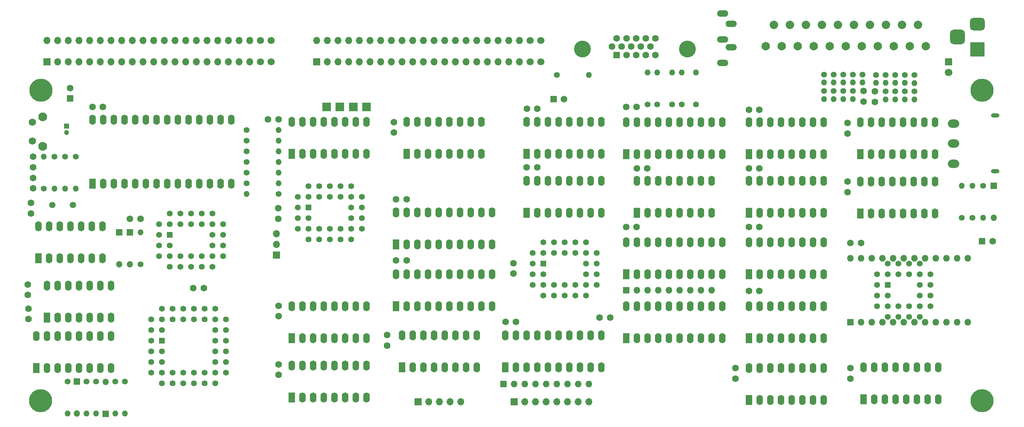
<source format=gbr>
%TF.GenerationSoftware,KiCad,Pcbnew,7.0.10*%
%TF.CreationDate,2024-05-18T10:40:10+01:00*%
%TF.ProjectId,v1c,7631632e-6b69-4636-9164-5f7063625858,rev?*%
%TF.SameCoordinates,Original*%
%TF.FileFunction,Soldermask,Top*%
%TF.FilePolarity,Negative*%
%FSLAX46Y46*%
G04 Gerber Fmt 4.6, Leading zero omitted, Abs format (unit mm)*
G04 Created by KiCad (PCBNEW 7.0.10) date 2024-05-18 10:40:10*
%MOMM*%
%LPD*%
G01*
G04 APERTURE LIST*
G04 Aperture macros list*
%AMRoundRect*
0 Rectangle with rounded corners*
0 $1 Rounding radius*
0 $2 $3 $4 $5 $6 $7 $8 $9 X,Y pos of 4 corners*
0 Add a 4 corners polygon primitive as box body*
4,1,4,$2,$3,$4,$5,$6,$7,$8,$9,$2,$3,0*
0 Add four circle primitives for the rounded corners*
1,1,$1+$1,$2,$3*
1,1,$1+$1,$4,$5*
1,1,$1+$1,$6,$7*
1,1,$1+$1,$8,$9*
0 Add four rect primitives between the rounded corners*
20,1,$1+$1,$2,$3,$4,$5,0*
20,1,$1+$1,$4,$5,$6,$7,0*
20,1,$1+$1,$6,$7,$8,$9,0*
20,1,$1+$1,$8,$9,$2,$3,0*%
G04 Aperture macros list end*
%ADD10C,1.600000*%
%ADD11R,1.600000X1.600000*%
%ADD12O,1.600000X1.600000*%
%ADD13R,1.422400X1.422400*%
%ADD14C,1.422400*%
%ADD15R,1.600000X2.400000*%
%ADD16O,1.600000X2.400000*%
%ADD17R,3.500000X3.500000*%
%ADD18RoundRect,0.750000X-1.000000X0.750000X-1.000000X-0.750000X1.000000X-0.750000X1.000000X0.750000X0*%
%ADD19RoundRect,0.875000X-0.875000X0.875000X-0.875000X-0.875000X0.875000X-0.875000X0.875000X0.875000X0*%
%ADD20C,4.000000*%
%ADD21C,1.400000*%
%ADD22O,1.400000X1.400000*%
%ADD23R,1.200000X1.200000*%
%ADD24C,1.200000*%
%ADD25R,1.500000X1.500000*%
%ADD26O,1.500000X1.500000*%
%ADD27C,5.500000*%
%ADD28C,2.100000*%
%ADD29C,1.750000*%
%ADD30R,1.700000X1.700000*%
%ADD31O,1.700000X1.700000*%
%ADD32O,2.000000X1.000000*%
%ADD33O,2.700000X2.000000*%
%ADD34R,2.000000X2.000000*%
%ADD35C,1.998980*%
%ADD36R,1.800000X1.800000*%
%ADD37C,1.800000*%
%ADD38C,1.700000*%
%ADD39O,2.700000X1.500000*%
%ADD40C,1.500000*%
G04 APERTURE END LIST*
D10*
%TO.C,Cd11*%
X101600000Y-126365000D03*
X101600000Y-128865000D03*
%TD*%
D11*
%TO.C,U20*%
X237633000Y-116325000D03*
D12*
X240173000Y-116325000D03*
X242713000Y-116325000D03*
X245253000Y-116325000D03*
X247793000Y-116325000D03*
X250333000Y-116325000D03*
X252873000Y-116325000D03*
X255413000Y-116325000D03*
X257953000Y-116325000D03*
X260493000Y-116325000D03*
X263033000Y-116325000D03*
X265573000Y-116325000D03*
X265573000Y-101085000D03*
X263033000Y-101085000D03*
X260493000Y-101085000D03*
X257953000Y-101085000D03*
X255413000Y-101085000D03*
X252873000Y-101085000D03*
X250333000Y-101085000D03*
X247793000Y-101085000D03*
X245253000Y-101085000D03*
X242713000Y-101085000D03*
X240173000Y-101085000D03*
X237633000Y-101085000D03*
%TD*%
D13*
%TO.C,U5*%
X108743000Y-89000000D03*
D14*
X106203000Y-91540000D03*
X108743000Y-91540000D03*
X106203000Y-94080000D03*
X108743000Y-96620000D03*
X108743000Y-94080000D03*
X111283000Y-96620000D03*
X111283000Y-94080000D03*
X113823000Y-96620000D03*
X113823000Y-94080000D03*
X116363000Y-96620000D03*
X116363000Y-94080000D03*
X118903000Y-96620000D03*
X121443000Y-94080000D03*
X118903000Y-94080000D03*
X121443000Y-91540000D03*
X118903000Y-91540000D03*
X121443000Y-89000000D03*
X118903000Y-89000000D03*
X121443000Y-86460000D03*
X118903000Y-83920000D03*
X118903000Y-86460000D03*
X116363000Y-83920000D03*
X116363000Y-86460000D03*
X113823000Y-83920000D03*
X113823000Y-86460000D03*
X111283000Y-83920000D03*
X111283000Y-86460000D03*
X108743000Y-83920000D03*
X106203000Y-86460000D03*
X108743000Y-86460000D03*
X106203000Y-89000000D03*
%TD*%
D10*
%TO.C,Cd4*%
X129540000Y-101600000D03*
X132040000Y-101600000D03*
%TD*%
%TO.C,C5*%
X243500000Y-63819000D03*
X243500000Y-61319000D03*
%TD*%
%TO.C,Cd28*%
X213528000Y-79612000D03*
X216028000Y-79612000D03*
%TD*%
D15*
%TO.C,U19*%
X240030000Y-76300000D03*
D16*
X242570000Y-76300000D03*
X245110000Y-76300000D03*
X247650000Y-76300000D03*
X250190000Y-76300000D03*
X252730000Y-76300000D03*
X255270000Y-76300000D03*
X257810000Y-76300000D03*
X257810000Y-68680000D03*
X255270000Y-68680000D03*
X252730000Y-68680000D03*
X250190000Y-68680000D03*
X247650000Y-68680000D03*
X245110000Y-68680000D03*
X242570000Y-68680000D03*
X240030000Y-68680000D03*
%TD*%
D17*
%TO.C,J3*%
X267857500Y-51300000D03*
D18*
X267857500Y-45300000D03*
D19*
X263157500Y-48300000D03*
%TD*%
D20*
%TO.C,J7*%
X198890000Y-51181000D03*
X173890000Y-51181000D03*
D11*
X182075000Y-52601000D03*
D10*
X184365000Y-52601000D03*
X186655000Y-52601000D03*
X188945000Y-52601000D03*
X191235000Y-52601000D03*
X180930000Y-50621000D03*
X183220000Y-50621000D03*
X185510000Y-50621000D03*
X187800000Y-50621000D03*
X190090000Y-50621000D03*
X182075000Y-48641000D03*
X184365000Y-48641000D03*
X186655000Y-48641000D03*
X188945000Y-48641000D03*
X191235000Y-48641000D03*
%TD*%
D21*
%TO.C,R25*%
X236007000Y-57270000D03*
D22*
X236007000Y-59170000D03*
%TD*%
D21*
%TO.C,R10*%
X93980000Y-78105000D03*
D22*
X101600000Y-78105000D03*
%TD*%
D15*
%TO.C,U18*%
X240030000Y-90407000D03*
D16*
X242570000Y-90407000D03*
X245110000Y-90407000D03*
X247650000Y-90407000D03*
X250190000Y-90407000D03*
X252730000Y-90407000D03*
X255270000Y-90407000D03*
X257810000Y-90407000D03*
X257810000Y-82787000D03*
X255270000Y-82787000D03*
X252730000Y-82787000D03*
X250190000Y-82787000D03*
X247650000Y-82787000D03*
X245110000Y-82787000D03*
X242570000Y-82787000D03*
X240030000Y-82787000D03*
%TD*%
D10*
%TO.C,Cd32*%
X210353000Y-127237000D03*
X210353000Y-129737000D03*
%TD*%
D21*
%TO.C,R7*%
X45720000Y-84455000D03*
D22*
X45720000Y-76835000D03*
%TD*%
D23*
%TO.C,C1*%
X51100000Y-69577400D03*
D24*
X51100000Y-71077400D03*
%TD*%
D21*
%TO.C,R11*%
X93980000Y-75565000D03*
D22*
X101600000Y-75565000D03*
%TD*%
D21*
%TO.C,R16*%
X195240000Y-64372000D03*
D22*
X195240000Y-56752000D03*
%TD*%
D21*
%TO.C,R24*%
X233721000Y-57270000D03*
D22*
X233721000Y-59170000D03*
%TD*%
D11*
%TO.C,RN2*%
X155098000Y-131047000D03*
D12*
X157638000Y-131047000D03*
X160178000Y-131047000D03*
X162718000Y-131047000D03*
X165258000Y-131047000D03*
X167798000Y-131047000D03*
X170338000Y-131047000D03*
X172878000Y-131047000D03*
X175418000Y-131047000D03*
%TD*%
D21*
%TO.C,R9*%
X93980000Y-80645000D03*
D22*
X101600000Y-80645000D03*
%TD*%
D25*
%TO.C,D4*%
X66208000Y-94852000D03*
D26*
X66208000Y-102472000D03*
%TD*%
D27*
%TO.C,H2*%
X45000000Y-135000000D03*
%TD*%
D15*
%TO.C,U3*%
X104775000Y-134222000D03*
D16*
X107315000Y-134222000D03*
X109855000Y-134222000D03*
X112395000Y-134222000D03*
X114935000Y-134222000D03*
X117475000Y-134222000D03*
X120015000Y-134222000D03*
X122555000Y-134222000D03*
X122555000Y-126602000D03*
X120015000Y-126602000D03*
X117475000Y-126602000D03*
X114935000Y-126602000D03*
X112395000Y-126602000D03*
X109855000Y-126602000D03*
X107315000Y-126602000D03*
X104775000Y-126602000D03*
%TD*%
D15*
%TO.C,U16*%
X213493000Y-134857000D03*
D16*
X216033000Y-134857000D03*
X218573000Y-134857000D03*
X221113000Y-134857000D03*
X223653000Y-134857000D03*
X226193000Y-134857000D03*
X228733000Y-134857000D03*
X231273000Y-134857000D03*
X231273000Y-127237000D03*
X228733000Y-127237000D03*
X226193000Y-127237000D03*
X223653000Y-127237000D03*
X221113000Y-127237000D03*
X218573000Y-127237000D03*
X216033000Y-127237000D03*
X213493000Y-127237000D03*
%TD*%
D21*
%TO.C,R39*%
X167808000Y-57387000D03*
D22*
X175428000Y-57387000D03*
%TD*%
D21*
%TO.C,R34*%
X248326000Y-57387000D03*
D22*
X248326000Y-59287000D03*
%TD*%
D10*
%TO.C,C3*%
X43180000Y-76855000D03*
X43180000Y-79355000D03*
%TD*%
D15*
%TO.C,U7*%
X160655000Y-76200000D03*
D16*
X163195000Y-76200000D03*
X165735000Y-76200000D03*
X168275000Y-76200000D03*
X170815000Y-76200000D03*
X173355000Y-76200000D03*
X175895000Y-76200000D03*
X178435000Y-76200000D03*
X178435000Y-68580000D03*
X175895000Y-68580000D03*
X173355000Y-68580000D03*
X170815000Y-68580000D03*
X168275000Y-68580000D03*
X165735000Y-68580000D03*
X163195000Y-68580000D03*
X160655000Y-68580000D03*
%TD*%
D21*
%TO.C,R2*%
X101600000Y-85725000D03*
D22*
X93980000Y-85725000D03*
%TD*%
D28*
%TO.C,SW1*%
X45466000Y-74422000D03*
X45466000Y-67412000D03*
D29*
X42976000Y-73172000D03*
X42976000Y-68672000D03*
%TD*%
D15*
%TO.C,U2*%
X44450000Y-101065000D03*
D16*
X46990000Y-101065000D03*
X49530000Y-101065000D03*
X52070000Y-101065000D03*
X54610000Y-101065000D03*
X57150000Y-101065000D03*
X59690000Y-101065000D03*
X59690000Y-93445000D03*
X57150000Y-93445000D03*
X54610000Y-93445000D03*
X52070000Y-93445000D03*
X49530000Y-93445000D03*
X46990000Y-93445000D03*
X44450000Y-93445000D03*
%TD*%
D21*
%TO.C,R22*%
X238293000Y-61202000D03*
D22*
X238293000Y-63102000D03*
%TD*%
D21*
%TO.C,R5*%
X50800000Y-76835000D03*
D22*
X50800000Y-84455000D03*
%TD*%
D30*
%TO.C,J2*%
X157638000Y-135255000D03*
D31*
X160178000Y-135255000D03*
X162718000Y-135255000D03*
X165258000Y-135255000D03*
X167798000Y-135255000D03*
X170338000Y-135255000D03*
X172878000Y-135255000D03*
X175418000Y-135255000D03*
%TD*%
D21*
%TO.C,R15*%
X191684000Y-64372000D03*
D22*
X191684000Y-56752000D03*
%TD*%
D21*
%TO.C,R6*%
X53340000Y-76835000D03*
D22*
X53340000Y-84455000D03*
%TD*%
D21*
%TO.C,R32*%
X252898000Y-57408000D03*
D22*
X252898000Y-59308000D03*
%TD*%
D32*
%TO.C,SW2*%
X272155000Y-80310000D03*
X272155000Y-67010000D03*
D33*
X262255000Y-78510000D03*
X262255000Y-73710000D03*
X262255000Y-69010000D03*
%TD*%
D21*
%TO.C,R38*%
X266700000Y-91440000D03*
D22*
X266700000Y-83820000D03*
%TD*%
D10*
%TO.C,Cd27*%
X42672000Y-90367000D03*
X42672000Y-87867000D03*
%TD*%
D21*
%TO.C,R21*%
X236007000Y-61202000D03*
D22*
X236007000Y-63102000D03*
%TD*%
D10*
%TO.C,Cd1*%
X180508000Y-115172000D03*
X178008000Y-115172000D03*
%TD*%
D21*
%TO.C,R3*%
X58166000Y-130412000D03*
D22*
X58166000Y-138032000D03*
%TD*%
D15*
%TO.C,U15*%
X184308000Y-76300000D03*
D16*
X186848000Y-76300000D03*
X189388000Y-76300000D03*
X191928000Y-76300000D03*
X194468000Y-76300000D03*
X197008000Y-76300000D03*
X199548000Y-76300000D03*
X202088000Y-76300000D03*
X204628000Y-76300000D03*
X207168000Y-76300000D03*
X207168000Y-68680000D03*
X204628000Y-68680000D03*
X202088000Y-68680000D03*
X199548000Y-68680000D03*
X197008000Y-68680000D03*
X194468000Y-68680000D03*
X191928000Y-68680000D03*
X189388000Y-68680000D03*
X186848000Y-68680000D03*
X184308000Y-68680000D03*
%TD*%
D10*
%TO.C,Cd15*%
X41910000Y-107315000D03*
X41910000Y-109815000D03*
%TD*%
%TO.C,Cd30*%
X213528000Y-65642000D03*
X216028000Y-65642000D03*
%TD*%
D15*
%TO.C,U17*%
X240813000Y-134710000D03*
D16*
X243353000Y-134710000D03*
X245893000Y-134710000D03*
X248433000Y-134710000D03*
X250973000Y-134710000D03*
X253513000Y-134710000D03*
X256053000Y-134710000D03*
X258593000Y-134710000D03*
X258593000Y-127090000D03*
X256053000Y-127090000D03*
X253513000Y-127090000D03*
X250973000Y-127090000D03*
X248433000Y-127090000D03*
X245893000Y-127090000D03*
X243353000Y-127090000D03*
X240813000Y-127090000D03*
%TD*%
D10*
%TO.C,C2*%
X43180000Y-84415000D03*
X43180000Y-81915000D03*
%TD*%
%TO.C,Cd9*%
X213528000Y-93582000D03*
X216028000Y-93582000D03*
%TD*%
%TO.C,Cd29*%
X160695000Y-65405000D03*
X163195000Y-65405000D03*
%TD*%
D21*
%TO.C,R1*%
X55880000Y-130412000D03*
D22*
X55880000Y-138032000D03*
%TD*%
D21*
%TO.C,R28*%
X252898000Y-61319000D03*
D22*
X252898000Y-63219000D03*
%TD*%
D10*
%TO.C,Cd19*%
X101600000Y-67945000D03*
X99100000Y-67945000D03*
%TD*%
D21*
%TO.C,R14*%
X189398000Y-64372000D03*
D22*
X189398000Y-56752000D03*
%TD*%
D10*
%TO.C,Cd2*%
X155595000Y-116205000D03*
X158095000Y-116205000D03*
%TD*%
D15*
%TO.C,U32*%
X129540000Y-112495000D03*
D16*
X132080000Y-112495000D03*
X134620000Y-112495000D03*
X137160000Y-112495000D03*
X139700000Y-112495000D03*
X142240000Y-112495000D03*
X144780000Y-112495000D03*
X147320000Y-112495000D03*
X149860000Y-112495000D03*
X152400000Y-112495000D03*
X152400000Y-104875000D03*
X149860000Y-104875000D03*
X147320000Y-104875000D03*
X144780000Y-104875000D03*
X142240000Y-104875000D03*
X139700000Y-104875000D03*
X137160000Y-104875000D03*
X134620000Y-104875000D03*
X132080000Y-104875000D03*
X129540000Y-104875000D03*
%TD*%
D11*
%TO.C,C7*%
X167045000Y-63102000D03*
D10*
X169545000Y-63102000D03*
%TD*%
%TO.C,Cd13*%
X42078000Y-115570000D03*
X42078000Y-113070000D03*
%TD*%
D21*
%TO.C,R4*%
X48260000Y-76835000D03*
D22*
X48260000Y-84455000D03*
%TD*%
D11*
%TO.C,C6*%
X269000000Y-97000000D03*
D10*
X271500000Y-97000000D03*
%TD*%
D25*
%TO.C,D1*%
X53594000Y-130412000D03*
D26*
X53594000Y-138032000D03*
%TD*%
D15*
%TO.C,U24*%
X213493000Y-90270000D03*
D16*
X216033000Y-90270000D03*
X218573000Y-90270000D03*
X221113000Y-90270000D03*
X223653000Y-90270000D03*
X226193000Y-90270000D03*
X228733000Y-90270000D03*
X231273000Y-90270000D03*
X231273000Y-82650000D03*
X228733000Y-82650000D03*
X226193000Y-82650000D03*
X223653000Y-82650000D03*
X221113000Y-82650000D03*
X218573000Y-82650000D03*
X216033000Y-82650000D03*
X213493000Y-82650000D03*
%TD*%
D15*
%TO.C,U14*%
X186838000Y-90260000D03*
D16*
X189378000Y-90260000D03*
X191918000Y-90260000D03*
X194458000Y-90260000D03*
X196998000Y-90260000D03*
X199538000Y-90260000D03*
X202078000Y-90260000D03*
X204618000Y-90260000D03*
X204618000Y-82640000D03*
X202078000Y-82640000D03*
X199538000Y-82640000D03*
X196998000Y-82640000D03*
X194458000Y-82640000D03*
X191918000Y-82640000D03*
X189378000Y-82640000D03*
X186838000Y-82640000D03*
%TD*%
D30*
%TO.C,J9*%
X101092000Y-100315000D03*
D31*
X101092000Y-97775000D03*
X101092000Y-95235000D03*
%TD*%
D34*
%TO.C,TP3*%
X116205000Y-65024000D03*
%TD*%
D21*
%TO.C,R36*%
X243754000Y-57387000D03*
D22*
X243754000Y-59287000D03*
%TD*%
D11*
%TO.C,RN1*%
X184288000Y-108685000D03*
D12*
X186828000Y-108685000D03*
X189368000Y-108685000D03*
X191908000Y-108685000D03*
X194448000Y-108685000D03*
X196988000Y-108685000D03*
X199528000Y-108685000D03*
X202068000Y-108685000D03*
X204608000Y-108685000D03*
%TD*%
D27*
%TO.C,H4*%
X269000000Y-135000000D03*
%TD*%
D21*
%TO.C,R29*%
X250612000Y-61319600D03*
D22*
X250612000Y-63219600D03*
%TD*%
D10*
%TO.C,Cd20*%
X237698000Y-97392000D03*
X240198000Y-97392000D03*
%TD*%
D21*
%TO.C,R44*%
X65000000Y-130429000D03*
D22*
X65000000Y-138049000D03*
%TD*%
D13*
%TO.C,U21*%
X246523000Y-107425000D03*
D14*
X243983000Y-109965000D03*
X246523000Y-109965000D03*
X243983000Y-112505000D03*
X246523000Y-115045000D03*
X246523000Y-112505000D03*
X249063000Y-115045000D03*
X249063000Y-112505000D03*
X251603000Y-115045000D03*
X251603000Y-112505000D03*
X254143000Y-115045000D03*
X256683000Y-112505000D03*
X254143000Y-112505000D03*
X256683000Y-109965000D03*
X254143000Y-109965000D03*
X256683000Y-107425000D03*
X254143000Y-107425000D03*
X256683000Y-104885000D03*
X254143000Y-102345000D03*
X254143000Y-104885000D03*
X251603000Y-102345000D03*
X251603000Y-104885000D03*
X249063000Y-102345000D03*
X249063000Y-104885000D03*
X246523000Y-102345000D03*
X243983000Y-104885000D03*
X246523000Y-104885000D03*
X243983000Y-107425000D03*
%TD*%
D27*
%TO.C,H3*%
X269030000Y-61000000D03*
%TD*%
D10*
%TO.C,C4*%
X240833000Y-63702000D03*
X240833000Y-61202000D03*
%TD*%
D21*
%TO.C,R37*%
X68748000Y-102472000D03*
D22*
X68748000Y-94852000D03*
%TD*%
D25*
%TO.C,D2*%
X271780000Y-83820000D03*
D26*
X271780000Y-91440000D03*
%TD*%
D15*
%TO.C,U23*%
X213493000Y-104875000D03*
D16*
X216033000Y-104875000D03*
X218573000Y-104875000D03*
X221113000Y-104875000D03*
X223653000Y-104875000D03*
X226193000Y-104875000D03*
X228733000Y-104875000D03*
X231273000Y-104875000D03*
X231273000Y-97255000D03*
X228733000Y-97255000D03*
X226193000Y-97255000D03*
X223653000Y-97255000D03*
X221113000Y-97255000D03*
X218573000Y-97255000D03*
X216033000Y-97255000D03*
X213493000Y-97255000D03*
%TD*%
D10*
%TO.C,Cd31*%
X101514000Y-89137000D03*
X101514000Y-91637000D03*
%TD*%
D21*
%TO.C,R41*%
X264160000Y-91440000D03*
D22*
X264160000Y-83820000D03*
%TD*%
D11*
%TO.C,C8*%
X52000000Y-63000000D03*
D10*
X52000000Y-60500000D03*
%TD*%
D15*
%TO.C,U28*%
X57293000Y-83290000D03*
D16*
X59833000Y-83290000D03*
X62373000Y-83290000D03*
X64913000Y-83290000D03*
X67453000Y-83290000D03*
X69993000Y-83290000D03*
X72533000Y-83290000D03*
X75073000Y-83290000D03*
X77613000Y-83290000D03*
X80153000Y-83290000D03*
X82693000Y-83290000D03*
X85233000Y-83290000D03*
X87773000Y-83290000D03*
X90313000Y-83290000D03*
X90313000Y-68050000D03*
X87773000Y-68050000D03*
X85233000Y-68050000D03*
X82693000Y-68050000D03*
X80153000Y-68050000D03*
X77613000Y-68050000D03*
X75073000Y-68050000D03*
X72533000Y-68050000D03*
X69993000Y-68050000D03*
X67453000Y-68050000D03*
X64913000Y-68050000D03*
X62373000Y-68050000D03*
X59833000Y-68050000D03*
X57293000Y-68050000D03*
%TD*%
D15*
%TO.C,U10*%
X104775000Y-76200000D03*
D16*
X107315000Y-76200000D03*
X109855000Y-76200000D03*
X112395000Y-76200000D03*
X114935000Y-76200000D03*
X117475000Y-76200000D03*
X120015000Y-76200000D03*
X122555000Y-76200000D03*
X122555000Y-68580000D03*
X120015000Y-68580000D03*
X117475000Y-68580000D03*
X114935000Y-68580000D03*
X112395000Y-68580000D03*
X109855000Y-68580000D03*
X107315000Y-68580000D03*
X104775000Y-68580000D03*
%TD*%
D10*
%TO.C,Cd25*%
X127422000Y-119383000D03*
X127422000Y-121883000D03*
%TD*%
D21*
%TO.C,R43*%
X62738000Y-130450000D03*
D22*
X62738000Y-138070000D03*
%TD*%
D35*
%TO.C,J4*%
X217513000Y-50559640D03*
X219418000Y-45479640D03*
X221323000Y-50559640D03*
X223228000Y-45479640D03*
X225133000Y-50559640D03*
X227038000Y-45479640D03*
X228943000Y-50559640D03*
X230848000Y-45479640D03*
X232753000Y-50559640D03*
X234658000Y-45479640D03*
X236563000Y-50559640D03*
X238468000Y-45479640D03*
X240373000Y-50559640D03*
X242278000Y-45479640D03*
X244183000Y-50559640D03*
X246088000Y-45479640D03*
X247993000Y-50559640D03*
X249898000Y-45479640D03*
X251803000Y-50559640D03*
X253708000Y-45479640D03*
X255613000Y-50559640D03*
%TD*%
D13*
%TO.C,U8*%
X164623000Y-102335000D03*
D14*
X162083000Y-104875000D03*
X164623000Y-104875000D03*
X162083000Y-107415000D03*
X164623000Y-109955000D03*
X164623000Y-107415000D03*
X167163000Y-109955000D03*
X167163000Y-107415000D03*
X169703000Y-109955000D03*
X169703000Y-107415000D03*
X172243000Y-109955000D03*
X172243000Y-107415000D03*
X174783000Y-109955000D03*
X177323000Y-107415000D03*
X174783000Y-107415000D03*
X177323000Y-104875000D03*
X174783000Y-104875000D03*
X177323000Y-102335000D03*
X174783000Y-102335000D03*
X177323000Y-99795000D03*
X174783000Y-97255000D03*
X174783000Y-99795000D03*
X172243000Y-97255000D03*
X172243000Y-99795000D03*
X169703000Y-97255000D03*
X169703000Y-99795000D03*
X167163000Y-97255000D03*
X167163000Y-99795000D03*
X164623000Y-97255000D03*
X162083000Y-99795000D03*
X164623000Y-99795000D03*
X162083000Y-102335000D03*
%TD*%
D15*
%TO.C,U22*%
X213518000Y-120125000D03*
D16*
X216058000Y-120125000D03*
X218598000Y-120125000D03*
X221138000Y-120125000D03*
X223678000Y-120125000D03*
X226218000Y-120125000D03*
X228758000Y-120125000D03*
X231298000Y-120125000D03*
X231298000Y-112505000D03*
X228758000Y-112505000D03*
X226218000Y-112505000D03*
X223678000Y-112505000D03*
X221138000Y-112505000D03*
X218598000Y-112505000D03*
X216058000Y-112505000D03*
X213518000Y-112505000D03*
%TD*%
D15*
%TO.C,U26*%
X46523000Y-115172000D03*
D16*
X49063000Y-115172000D03*
X51603000Y-115172000D03*
X54143000Y-115172000D03*
X56683000Y-115172000D03*
X59223000Y-115172000D03*
X61763000Y-115172000D03*
X61763000Y-107552000D03*
X59223000Y-107552000D03*
X56683000Y-107552000D03*
X54143000Y-107552000D03*
X51603000Y-107552000D03*
X49063000Y-107552000D03*
X46523000Y-107552000D03*
%TD*%
D13*
%TO.C,U1*%
X73818000Y-120750000D03*
D14*
X71278000Y-123290000D03*
X73818000Y-123290000D03*
X71278000Y-125830000D03*
X73818000Y-125830000D03*
X71278000Y-128370000D03*
X73818000Y-130910000D03*
X73818000Y-128370000D03*
X76358000Y-130910000D03*
X76358000Y-128370000D03*
X78898000Y-130910000D03*
X78898000Y-128370000D03*
X81438000Y-130910000D03*
X81438000Y-128370000D03*
X83978000Y-130910000D03*
X83978000Y-128370000D03*
X86518000Y-130910000D03*
X89058000Y-128370000D03*
X86518000Y-128370000D03*
X89058000Y-125830000D03*
X86518000Y-125830000D03*
X89058000Y-123290000D03*
X86518000Y-123290000D03*
X89058000Y-120750000D03*
X86518000Y-120750000D03*
X89058000Y-118210000D03*
X86518000Y-118210000D03*
X89058000Y-115670000D03*
X86518000Y-113130000D03*
X86518000Y-115670000D03*
X83978000Y-113130000D03*
X83978000Y-115670000D03*
X81438000Y-113130000D03*
X81438000Y-115670000D03*
X78898000Y-113130000D03*
X78898000Y-115670000D03*
X76358000Y-113130000D03*
X76358000Y-115670000D03*
X73818000Y-113130000D03*
X71278000Y-115670000D03*
X73818000Y-115670000D03*
X71278000Y-118210000D03*
X73818000Y-118210000D03*
X71278000Y-120750000D03*
%TD*%
D30*
%TO.C,J1*%
X134788000Y-135255000D03*
D31*
X137328000Y-135255000D03*
X139868000Y-135255000D03*
X142408000Y-135255000D03*
X144948000Y-135255000D03*
%TD*%
D36*
%TO.C,D3*%
X261030000Y-54225000D03*
D37*
X261030000Y-56765000D03*
%TD*%
D15*
%TO.C,U31*%
X155575000Y-127090000D03*
D16*
X158115000Y-127090000D03*
X160655000Y-127090000D03*
X163195000Y-127090000D03*
X165735000Y-127090000D03*
X168275000Y-127090000D03*
X170815000Y-127090000D03*
X173355000Y-127090000D03*
X175895000Y-127090000D03*
X178435000Y-127090000D03*
X178435000Y-119470000D03*
X175895000Y-119470000D03*
X173355000Y-119470000D03*
X170815000Y-119470000D03*
X168275000Y-119470000D03*
X165735000Y-119470000D03*
X163195000Y-119470000D03*
X160655000Y-119470000D03*
X158115000Y-119470000D03*
X155575000Y-119470000D03*
%TD*%
D21*
%TO.C,R35*%
X246040000Y-57387000D03*
D22*
X246040000Y-59287000D03*
%TD*%
D21*
%TO.C,R12*%
X93980000Y-73025000D03*
D22*
X101600000Y-73025000D03*
%TD*%
D21*
%TO.C,R17*%
X197526000Y-64372000D03*
D22*
X197526000Y-56752000D03*
%TD*%
D21*
%TO.C,R20*%
X233721000Y-61202000D03*
D22*
X233721000Y-63102000D03*
%TD*%
D13*
%TO.C,U29*%
X75723000Y-95487000D03*
D14*
X73183000Y-98027000D03*
X75723000Y-98027000D03*
X73183000Y-100567000D03*
X75723000Y-103107000D03*
X75723000Y-100567000D03*
X78263000Y-103107000D03*
X78263000Y-100567000D03*
X80803000Y-103107000D03*
X80803000Y-100567000D03*
X83343000Y-103107000D03*
X83343000Y-100567000D03*
X85883000Y-103107000D03*
X88423000Y-100567000D03*
X85883000Y-100567000D03*
X88423000Y-98027000D03*
X85883000Y-98027000D03*
X88423000Y-95487000D03*
X85883000Y-95487000D03*
X88423000Y-92947000D03*
X85883000Y-90407000D03*
X85883000Y-92947000D03*
X83343000Y-90407000D03*
X83343000Y-92947000D03*
X80803000Y-90407000D03*
X80803000Y-92947000D03*
X78263000Y-90407000D03*
X78263000Y-92947000D03*
X75723000Y-90407000D03*
X73183000Y-92947000D03*
X75723000Y-92947000D03*
X73183000Y-95487000D03*
%TD*%
D10*
%TO.C,Cd26*%
X184318000Y-93582000D03*
X186818000Y-93582000D03*
%TD*%
D15*
%TO.C,U30*%
X130958000Y-127090000D03*
D16*
X133498000Y-127090000D03*
X136038000Y-127090000D03*
X138578000Y-127090000D03*
X141118000Y-127090000D03*
X143658000Y-127090000D03*
X146198000Y-127090000D03*
X148738000Y-127090000D03*
X148738000Y-119470000D03*
X146198000Y-119470000D03*
X143658000Y-119470000D03*
X141118000Y-119470000D03*
X138578000Y-119470000D03*
X136038000Y-119470000D03*
X133498000Y-119470000D03*
X130958000Y-119470000D03*
%TD*%
D30*
%TO.C,J6*%
X110648000Y-54212000D03*
D31*
X110648000Y-49132000D03*
X113188000Y-54212000D03*
X113188000Y-49132000D03*
X115728000Y-54212000D03*
X115728000Y-49132000D03*
X118268000Y-54212000D03*
X118268000Y-49132000D03*
X120808000Y-54212000D03*
X120808000Y-49132000D03*
X123348000Y-54212000D03*
X123348000Y-49132000D03*
X125888000Y-54212000D03*
X125888000Y-49132000D03*
X128428000Y-54212000D03*
X128428000Y-49132000D03*
X130968000Y-54212000D03*
X130968000Y-49132000D03*
X133508000Y-54212000D03*
X133508000Y-49132000D03*
X136048000Y-54212000D03*
X136048000Y-49132000D03*
X138588000Y-54212000D03*
X138588000Y-49132000D03*
X141128000Y-54212000D03*
X141128000Y-49132000D03*
X143668000Y-54212000D03*
X143668000Y-49132000D03*
X146208000Y-54212000D03*
X146208000Y-49132000D03*
X148748000Y-54212000D03*
X148748000Y-49132000D03*
X151288000Y-54212000D03*
X151288000Y-49132000D03*
X153828000Y-54212000D03*
X153828000Y-49132000D03*
X156368000Y-54212000D03*
X156368000Y-49132000D03*
X158908000Y-54212000D03*
X158908000Y-49132000D03*
D38*
X161448000Y-54212000D03*
X161448000Y-49132000D03*
X163988000Y-54212000D03*
X163988000Y-49132000D03*
%TD*%
D10*
%TO.C,Cd16*%
X213528000Y-108822000D03*
X216028000Y-108822000D03*
%TD*%
D21*
%TO.C,R40*%
X269240000Y-83820000D03*
D22*
X269240000Y-91440000D03*
%TD*%
D10*
%TO.C,Cd14*%
X83820000Y-108187000D03*
X81320000Y-108187000D03*
%TD*%
D15*
%TO.C,U4*%
X104775000Y-120115000D03*
D16*
X107315000Y-120115000D03*
X109855000Y-120115000D03*
X112395000Y-120115000D03*
X114935000Y-120115000D03*
X117475000Y-120115000D03*
X120015000Y-120115000D03*
X122555000Y-120115000D03*
X122555000Y-112495000D03*
X120015000Y-112495000D03*
X117475000Y-112495000D03*
X114935000Y-112495000D03*
X112395000Y-112495000D03*
X109855000Y-112495000D03*
X107315000Y-112495000D03*
X104775000Y-112495000D03*
%TD*%
D10*
%TO.C,Cd10*%
X68748000Y-91677000D03*
X66248000Y-91677000D03*
%TD*%
%TO.C,Cd17*%
X186858000Y-79612000D03*
X189358000Y-79612000D03*
%TD*%
D21*
%TO.C,R13*%
X93980000Y-70485000D03*
D22*
X101600000Y-70485000D03*
%TD*%
D34*
%TO.C,TP1*%
X113030000Y-65024000D03*
%TD*%
D10*
%TO.C,Cd6*%
X157480000Y-102235000D03*
X157480000Y-104735000D03*
%TD*%
D21*
%TO.C,R33*%
X250612000Y-57387000D03*
D22*
X250612000Y-59287000D03*
%TD*%
D15*
%TO.C,U25*%
X213518000Y-76300000D03*
D16*
X216058000Y-76300000D03*
X218598000Y-76300000D03*
X221138000Y-76300000D03*
X223678000Y-76300000D03*
X226218000Y-76300000D03*
X228758000Y-76300000D03*
X231298000Y-76300000D03*
X231298000Y-68680000D03*
X228758000Y-68680000D03*
X226218000Y-68680000D03*
X223678000Y-68680000D03*
X221138000Y-68680000D03*
X218598000Y-68680000D03*
X216058000Y-68680000D03*
X213518000Y-68680000D03*
%TD*%
D15*
%TO.C,U12*%
X184308000Y-104875000D03*
D16*
X186848000Y-104875000D03*
X189388000Y-104875000D03*
X191928000Y-104875000D03*
X194468000Y-104875000D03*
X197008000Y-104875000D03*
X199548000Y-104875000D03*
X202088000Y-104875000D03*
X204628000Y-104875000D03*
X207168000Y-104875000D03*
X207168000Y-97255000D03*
X204628000Y-97255000D03*
X202088000Y-97255000D03*
X199548000Y-97255000D03*
X197008000Y-97255000D03*
X194468000Y-97255000D03*
X191928000Y-97255000D03*
X189388000Y-97255000D03*
X186848000Y-97255000D03*
X184308000Y-97255000D03*
%TD*%
D21*
%TO.C,R31*%
X246040000Y-61319600D03*
D22*
X246040000Y-63219600D03*
%TD*%
D39*
%TO.C,J8*%
X209264000Y-50800000D03*
X207264000Y-48900000D03*
X207264000Y-42700000D03*
X209264000Y-45200000D03*
X207264000Y-54500000D03*
%TD*%
D21*
%TO.C,R23*%
X231435000Y-57270000D03*
D22*
X231435000Y-59170000D03*
%TD*%
D30*
%TO.C,J5*%
X46523000Y-54212000D03*
D31*
X46523000Y-49132000D03*
X49063000Y-54212000D03*
X49063000Y-49132000D03*
X51603000Y-54212000D03*
X51603000Y-49132000D03*
X54143000Y-54212000D03*
X54143000Y-49132000D03*
X56683000Y-54212000D03*
X56683000Y-49132000D03*
X59223000Y-54212000D03*
X59223000Y-49132000D03*
X61763000Y-54212000D03*
X61763000Y-49132000D03*
X64303000Y-54212000D03*
X64303000Y-49132000D03*
X66843000Y-54212000D03*
X66843000Y-49132000D03*
X69383000Y-54212000D03*
X69383000Y-49132000D03*
X71923000Y-54212000D03*
X71923000Y-49132000D03*
X74463000Y-54212000D03*
X74463000Y-49132000D03*
X77003000Y-54212000D03*
X77003000Y-49132000D03*
X79543000Y-54212000D03*
X79543000Y-49132000D03*
X82083000Y-54212000D03*
X82083000Y-49132000D03*
X84623000Y-54212000D03*
X84623000Y-49132000D03*
X87163000Y-54212000D03*
X87163000Y-49132000D03*
X89703000Y-54212000D03*
X89703000Y-49132000D03*
X92243000Y-54212000D03*
X92243000Y-49132000D03*
X94783000Y-54212000D03*
X94783000Y-49132000D03*
D38*
X97323000Y-54212000D03*
X97323000Y-49132000D03*
X99863000Y-54212000D03*
X99863000Y-49132000D03*
%TD*%
D21*
%TO.C,R27*%
X240579000Y-57270000D03*
D22*
X240579000Y-59170000D03*
%TD*%
D15*
%TO.C,U27*%
X43983000Y-127237000D03*
D16*
X46523000Y-127237000D03*
X49063000Y-127237000D03*
X51603000Y-127237000D03*
X54143000Y-127237000D03*
X56683000Y-127237000D03*
X59223000Y-127237000D03*
X61763000Y-127237000D03*
X61763000Y-119617000D03*
X59223000Y-119617000D03*
X56683000Y-119617000D03*
X54143000Y-119617000D03*
X51603000Y-119617000D03*
X49063000Y-119617000D03*
X46523000Y-119617000D03*
X43983000Y-119617000D03*
%TD*%
D34*
%TO.C,TP4*%
X119380000Y-65024000D03*
%TD*%
D21*
%TO.C,R30*%
X248326000Y-61319600D03*
D22*
X248326000Y-63219600D03*
%TD*%
D10*
%TO.C,Cd23*%
X237023000Y-68817000D03*
X237023000Y-71317000D03*
%TD*%
D34*
%TO.C,TP2*%
X122555000Y-65024000D03*
%TD*%
D10*
%TO.C,Cd7*%
X129540000Y-86995000D03*
X132040000Y-86995000D03*
%TD*%
%TO.C,Cd8*%
X101600000Y-112395000D03*
X101600000Y-114895000D03*
%TD*%
D27*
%TO.C,H1*%
X45030000Y-61000000D03*
%TD*%
D10*
%TO.C,Cd22*%
X237658000Y-127237000D03*
X237658000Y-129737000D03*
%TD*%
D21*
%TO.C,R18*%
X200945000Y-64372000D03*
D22*
X200945000Y-56752000D03*
%TD*%
D10*
%TO.C,Cd3*%
X160655000Y-79375000D03*
X163155000Y-79375000D03*
%TD*%
%TO.C,Cd24*%
X237023000Y-82787000D03*
X237023000Y-85287000D03*
%TD*%
%TO.C,Cd5*%
X129032000Y-68620000D03*
X129032000Y-71120000D03*
%TD*%
D21*
%TO.C,R8*%
X93980000Y-83185000D03*
D22*
X101600000Y-83185000D03*
%TD*%
D21*
%TO.C,R42*%
X51435000Y-130412000D03*
D22*
X51435000Y-138032000D03*
%TD*%
D21*
%TO.C,R19*%
X231435000Y-61202000D03*
D22*
X231435000Y-63102000D03*
%TD*%
D40*
%TO.C,Y1*%
X47752000Y-88392000D03*
X52632000Y-88392000D03*
%TD*%
D15*
%TO.C,U9*%
X184308000Y-120115000D03*
D16*
X186848000Y-120115000D03*
X189388000Y-120115000D03*
X191928000Y-120115000D03*
X194468000Y-120115000D03*
X197008000Y-120115000D03*
X199548000Y-120115000D03*
X202088000Y-120115000D03*
X204628000Y-120115000D03*
X207168000Y-120115000D03*
X207168000Y-112495000D03*
X204628000Y-112495000D03*
X202088000Y-112495000D03*
X199548000Y-112495000D03*
X197008000Y-112495000D03*
X194468000Y-112495000D03*
X191928000Y-112495000D03*
X189388000Y-112495000D03*
X186848000Y-112495000D03*
X184308000Y-112495000D03*
%TD*%
D10*
%TO.C,Cd12*%
X184318000Y-65007000D03*
X186818000Y-65007000D03*
%TD*%
D15*
%TO.C,U13*%
X160655000Y-90260000D03*
D16*
X163195000Y-90260000D03*
X165735000Y-90260000D03*
X168275000Y-90260000D03*
X170815000Y-90260000D03*
X173355000Y-90260000D03*
X175895000Y-90260000D03*
X178435000Y-90260000D03*
X178435000Y-82640000D03*
X175895000Y-82640000D03*
X173355000Y-82640000D03*
X170815000Y-82640000D03*
X168275000Y-82640000D03*
X165735000Y-82640000D03*
X163195000Y-82640000D03*
X160655000Y-82640000D03*
%TD*%
D25*
%TO.C,D6*%
X60452000Y-138115000D03*
D26*
X60452000Y-130495000D03*
%TD*%
D25*
%TO.C,D5*%
X63668000Y-94852000D03*
D26*
X63668000Y-102472000D03*
%TD*%
D21*
%TO.C,R26*%
X238293000Y-57265000D03*
D22*
X238293000Y-59165000D03*
%TD*%
D10*
%TO.C,Cd18*%
X57318000Y-65007000D03*
X59818000Y-65007000D03*
%TD*%
D15*
%TO.C,U11*%
X132080000Y-76200000D03*
D16*
X134620000Y-76200000D03*
X137160000Y-76200000D03*
X139700000Y-76200000D03*
X142240000Y-76200000D03*
X144780000Y-76200000D03*
X147320000Y-76200000D03*
X149860000Y-76200000D03*
X149860000Y-68580000D03*
X147320000Y-68580000D03*
X144780000Y-68580000D03*
X142240000Y-68580000D03*
X139700000Y-68580000D03*
X137160000Y-68580000D03*
X134620000Y-68580000D03*
X132080000Y-68580000D03*
%TD*%
D15*
%TO.C,U6*%
X129540000Y-97790000D03*
D16*
X132080000Y-97790000D03*
X134620000Y-97790000D03*
X137160000Y-97790000D03*
X139700000Y-97790000D03*
X142240000Y-97790000D03*
X144780000Y-97790000D03*
X147320000Y-97790000D03*
X149860000Y-97790000D03*
X152400000Y-97790000D03*
X152400000Y-90170000D03*
X149860000Y-90170000D03*
X147320000Y-90170000D03*
X144780000Y-90170000D03*
X142240000Y-90170000D03*
X139700000Y-90170000D03*
X137160000Y-90170000D03*
X134620000Y-90170000D03*
X132080000Y-90170000D03*
X129540000Y-90170000D03*
%TD*%
M02*

</source>
